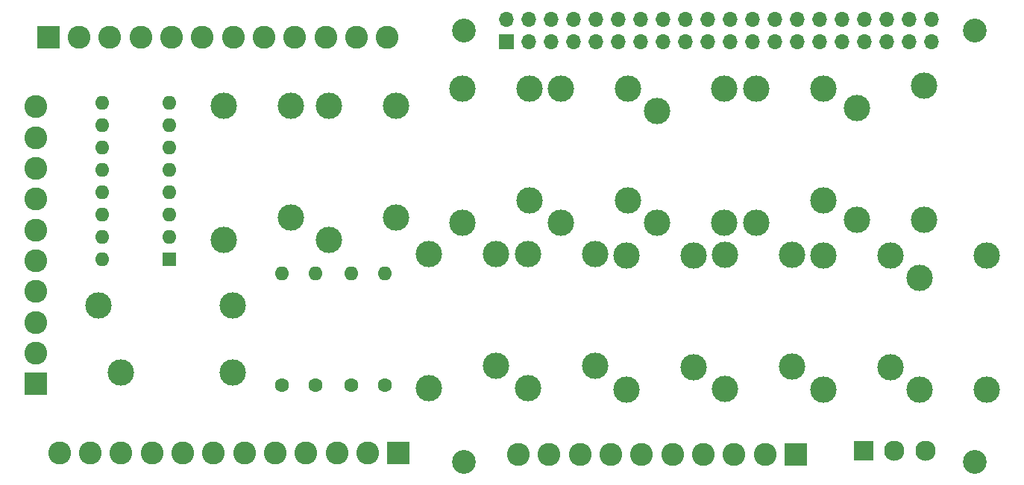
<source format=gts>
G04 #@! TF.GenerationSoftware,KiCad,Pcbnew,(5.1.5)-3*
G04 #@! TF.CreationDate,2020-02-21T15:06:44+08:00*
G04 #@! TF.ProjectId,Test,54657374-2e6b-4696-9361-645f70636258,rev?*
G04 #@! TF.SameCoordinates,Original*
G04 #@! TF.FileFunction,Soldermask,Top*
G04 #@! TF.FilePolarity,Negative*
%FSLAX46Y46*%
G04 Gerber Fmt 4.6, Leading zero omitted, Abs format (unit mm)*
G04 Created by KiCad (PCBNEW (5.1.5)-3) date 2020-02-21 15:06:44*
%MOMM*%
%LPD*%
G04 APERTURE LIST*
%ADD10C,2.600000*%
%ADD11R,2.600000X2.600000*%
%ADD12C,3.000000*%
%ADD13R,1.700000X1.700000*%
%ADD14O,1.700000X1.700000*%
%ADD15O,1.600000X1.600000*%
%ADD16R,1.600000X1.600000*%
%ADD17C,1.600000*%
%ADD18C,2.300000*%
%ADD19R,2.300000X2.300000*%
%ADD20C,2.700000*%
G04 APERTURE END LIST*
D10*
X194812000Y-98311000D03*
X191312000Y-98311000D03*
X187812000Y-98311000D03*
X184312000Y-98311000D03*
X180812000Y-98311000D03*
X177312000Y-98311000D03*
X173812000Y-98311000D03*
X170312000Y-98311000D03*
X166812000Y-98311000D03*
X163312000Y-98311000D03*
X159812000Y-98311000D03*
D11*
X156312000Y-98311000D03*
D12*
X262865000Y-123076000D03*
X255245000Y-125616000D03*
X262865000Y-138316000D03*
X255245000Y-138316000D03*
D13*
X208370000Y-98770000D03*
D14*
X208370000Y-96230000D03*
X210910000Y-98770000D03*
X210910000Y-96230000D03*
X213450000Y-98770000D03*
X213450000Y-96230000D03*
X215990000Y-98770000D03*
X215990000Y-96230000D03*
X218530000Y-98770000D03*
X218530000Y-96230000D03*
X221070000Y-98770000D03*
X221070000Y-96230000D03*
X223610000Y-98770000D03*
X223610000Y-96230000D03*
X226150000Y-98770000D03*
X226150000Y-96230000D03*
X228690000Y-98770000D03*
X228690000Y-96230000D03*
X231230000Y-98770000D03*
X231230000Y-96230000D03*
X233770000Y-98770000D03*
X233770000Y-96230000D03*
X236310000Y-98770000D03*
X236310000Y-96230000D03*
X238850000Y-98770000D03*
X238850000Y-96230000D03*
X241390000Y-98770000D03*
X241390000Y-96230000D03*
X243930000Y-98770000D03*
X243930000Y-96230000D03*
X246470000Y-98770000D03*
X246470000Y-96230000D03*
X249010000Y-98770000D03*
X249010000Y-96230000D03*
X251550000Y-98770000D03*
X251550000Y-96230000D03*
X254090000Y-98770000D03*
X254090000Y-96230000D03*
X256630000Y-98770000D03*
X256630000Y-96230000D03*
D15*
X162471500Y-123520500D03*
X170091500Y-105740500D03*
X162471500Y-120980500D03*
X170091500Y-108280500D03*
X162471500Y-118440500D03*
X170091500Y-110820500D03*
X162471500Y-115900500D03*
X170091500Y-113360500D03*
X162471500Y-113360500D03*
X170091500Y-115900500D03*
X162471500Y-110820500D03*
X170091500Y-118440500D03*
X162471500Y-108280500D03*
X170091500Y-120980500D03*
X162471500Y-105740500D03*
D16*
X170091500Y-123520500D03*
D15*
X194539000Y-125108000D03*
D17*
X194539000Y-137808000D03*
D15*
X190729000Y-125108000D03*
D17*
X190729000Y-137808000D03*
D12*
X176251000Y-121298000D03*
X183871000Y-118758000D03*
X176251000Y-106058000D03*
X183871000Y-106058000D03*
X199492000Y-138189000D03*
X207112000Y-135649000D03*
X199492000Y-122949000D03*
X207112000Y-122949000D03*
X221971000Y-138316000D03*
X229591000Y-135776000D03*
X221971000Y-123076000D03*
X229591000Y-123076000D03*
X210795000Y-138189000D03*
X218415000Y-135649000D03*
X210795000Y-122949000D03*
X218415000Y-122949000D03*
X233020000Y-104153000D03*
X225400000Y-106693000D03*
X233020000Y-119393000D03*
X225400000Y-119393000D03*
X255753000Y-103772000D03*
X248133000Y-106312000D03*
X255753000Y-119012000D03*
X248133000Y-119012000D03*
X188189000Y-121298000D03*
X195809000Y-118758000D03*
X188189000Y-106058000D03*
X195809000Y-106058000D03*
X233183000Y-138257000D03*
X240803000Y-135717000D03*
X233183000Y-123017000D03*
X240803000Y-123017000D03*
X244323000Y-138316000D03*
X251943000Y-135776000D03*
X244323000Y-123076000D03*
X251943000Y-123076000D03*
X214478000Y-119393000D03*
X222098000Y-116853000D03*
X214478000Y-104153000D03*
X222098000Y-104153000D03*
X236703000Y-119393000D03*
X244323000Y-116853000D03*
X236703000Y-104153000D03*
X244323000Y-104153000D03*
X203302000Y-119393000D03*
X210922000Y-116853000D03*
X203302000Y-104153000D03*
X210922000Y-104153000D03*
X162027000Y-128791000D03*
X164567000Y-136411000D03*
X177267000Y-128791000D03*
X177267000Y-136411000D03*
D10*
X157593000Y-145555000D03*
X161093000Y-145555000D03*
X164593000Y-145555000D03*
X168093000Y-145555000D03*
X171593000Y-145555000D03*
X175093000Y-145555000D03*
X178593000Y-145555000D03*
X182093000Y-145555000D03*
X185593000Y-145555000D03*
X189093000Y-145555000D03*
X192593000Y-145555000D03*
D11*
X196093000Y-145555000D03*
D10*
X209678000Y-145682000D03*
X213178000Y-145682000D03*
X216678000Y-145682000D03*
X220178000Y-145682000D03*
X223678000Y-145682000D03*
X227178000Y-145682000D03*
X230678000Y-145682000D03*
X234178000Y-145682000D03*
X237678000Y-145682000D03*
D11*
X241178000Y-145682000D03*
D10*
X154915000Y-106181000D03*
X154915000Y-109681000D03*
X154915000Y-113181000D03*
X154915000Y-116681000D03*
X154915000Y-120181000D03*
X154915000Y-123681000D03*
X154915000Y-127181000D03*
X154915000Y-130681000D03*
X154915000Y-134181000D03*
D11*
X154915000Y-137681000D03*
D15*
X186665000Y-125108000D03*
D17*
X186665000Y-137808000D03*
D15*
X182855000Y-125108000D03*
D17*
X182855000Y-137808000D03*
D18*
X255895000Y-145301000D03*
X252395000Y-145301000D03*
D19*
X248895000Y-145301000D03*
D20*
X261500000Y-146500000D03*
X203500000Y-146500000D03*
X261500000Y-97500000D03*
X203500000Y-97500000D03*
M02*

</source>
